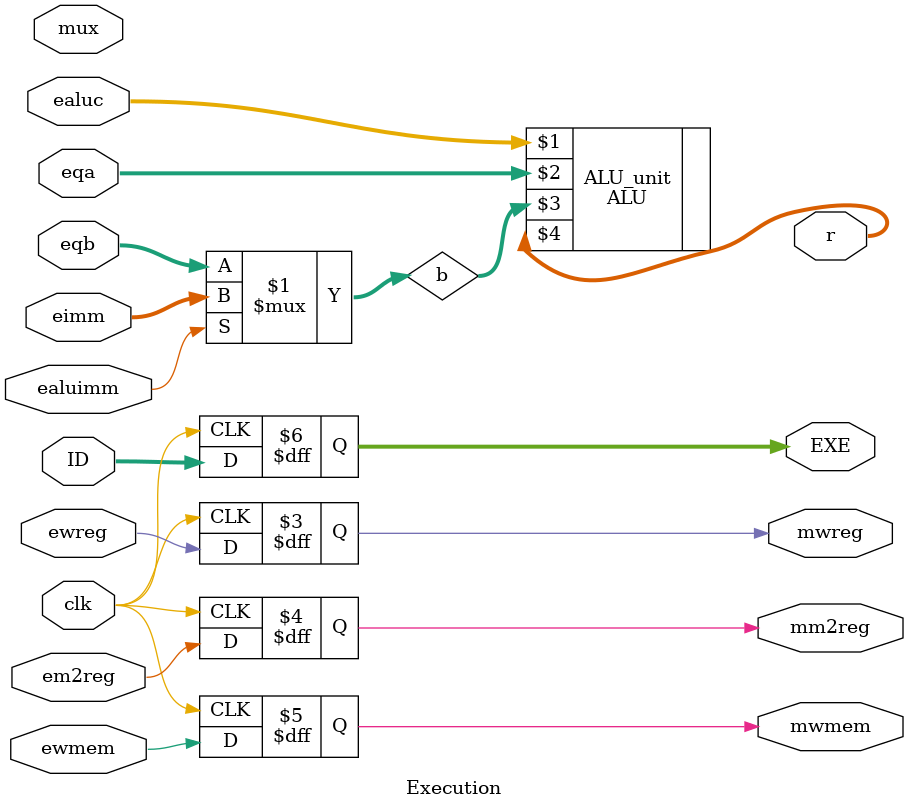
<source format=v>
`timescale 1ns / 1ps
module Execution(
input clk,
input [31:0 ]ID,
input ewreg,
input em2reg,
input ewmem,
input [3:0] ealuc,
input ealuimm,
input [4:0] mux,
input [31:0] eqa,
input [31:0] eqb,
input [31:0] eimm,
output [31:0] r,
output reg  mwreg,
output reg  mm2reg,
output reg  mwmem,

output reg [31:0] EXE
    );

wire [31:0] b;
assign b=(ealuimm)? eimm:eqb;
ALU ALU_unit(ealuc,eqa,b,r);

always @(posedge clk)
begin
	EXE<=ID;	
		mwreg<=ewreg;
	mm2reg<=em2reg;
	mwmem<=ewmem;
	
end	

endmodule

</source>
